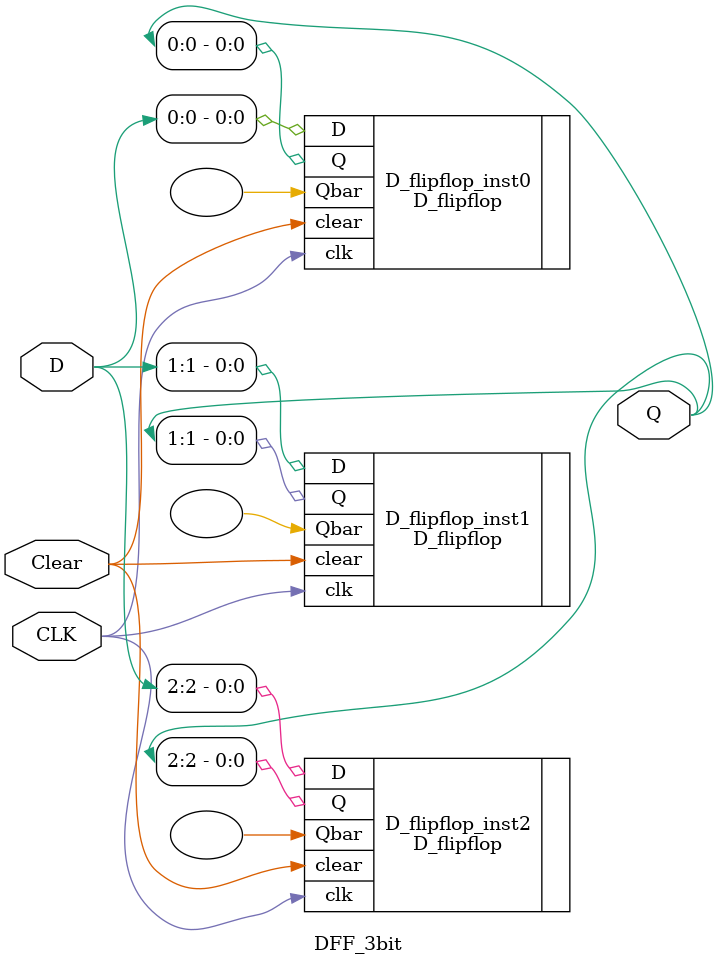
<source format=v>
module DFF_3bit(Q, D, CLK, Clear);
  input [2:0]D;
  output [2:0]Q;
  input CLK;
  input Clear;

D_flipflop D_flipflop_inst0(.Q(Q[0]), .Qbar(), .D(D[0]), .clk(CLK), .clear(Clear));
D_flipflop D_flipflop_inst1(.Q(Q[1]), .Qbar(), .D(D[1]), .clk(CLK), .clear(Clear));
D_flipflop D_flipflop_inst2(.Q(Q[2]), .Qbar(), .D(D[2]), .clk(CLK), .clear(Clear));


endmodule
</source>
